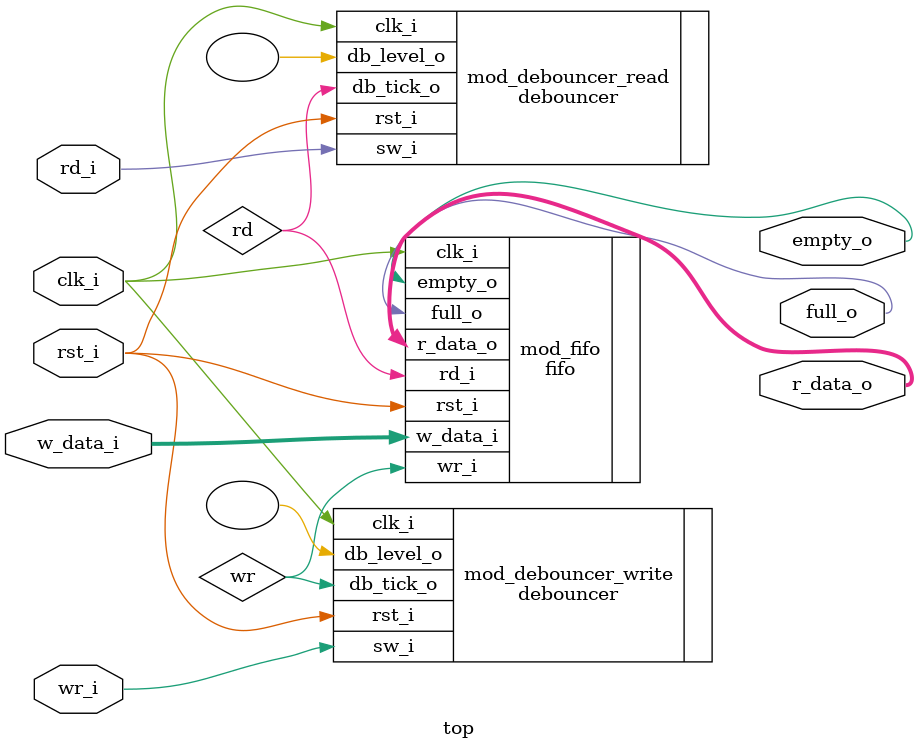
<source format=v>

module top #(
  parameter Width    = 8,  // number of bits in a word
  parameter AddrBits = 3   // number of address bits
) (
  input               clk_i,
  input               rst_i,
  input               wr_i,
  input               rd_i,
  input  [Width-1:0]  w_data_i,
  output [Width-1:0]  r_data_o,
  output              empty_o,
  output              full_o
);

  wire wr;
  wire rd;
  
  fifo #(
    .Width(Width), 
    .AddrBits(AddrBits)
  ) mod_fifo( 
    .clk_i(clk_i),
    .rst_i(rst_i),
    .wr_i(wr),
    .rd_i(rd),
    .w_data_i(w_data_i),
    .r_data_o(r_data_o),
    .empty_o(empty_o),
    .full_o(full_o)
  );


  debouncer mod_debouncer_read(
    .clk_i(clk_i),
    .rst_i(rst_i),
    .sw_i(rd_i),
    .db_level_o(),
    .db_tick_o(rd)
  );
  
  debouncer mod_debouncer_write(
    .clk_i(clk_i),
    .rst_i(rst_i),
    .sw_i(wr_i),
    .db_level_o(),
    .db_tick_o(wr)
  );

  
endmodule

</source>
